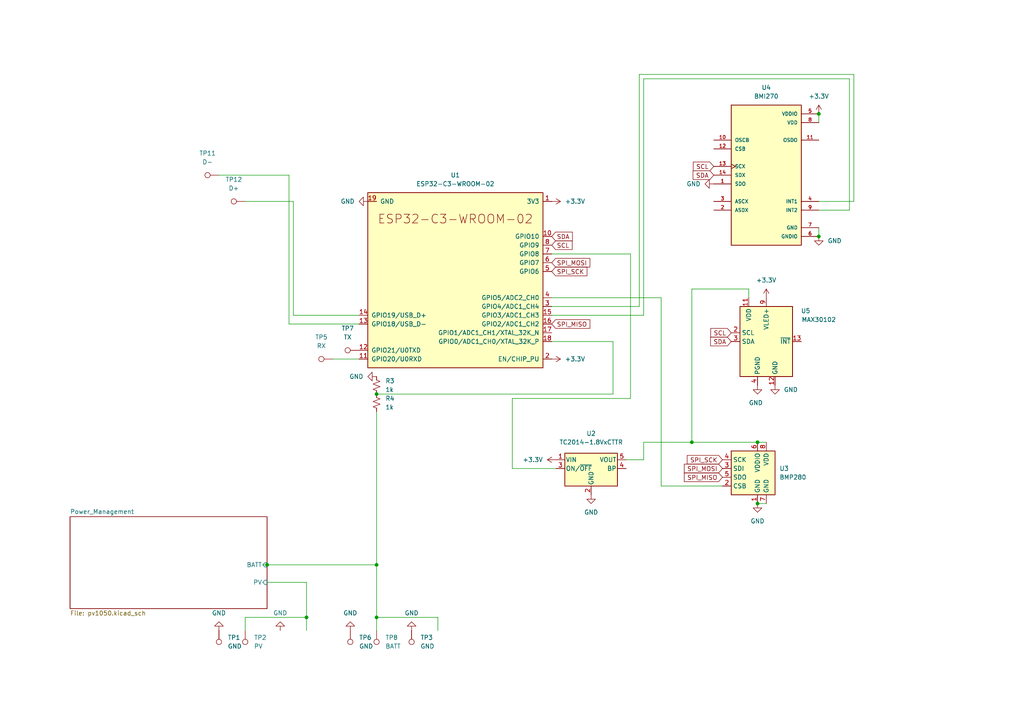
<source format=kicad_sch>
(kicad_sch (version 20211123) (generator eeschema)
  (paper "A4")
  (title_block (title "Low power smart band with display support and solar power") (company "Luca Younes"))
  (lib_symbols
    (symbol "BMI270:BMI270" (pin_names (offset 1.016))
      (property "Reference" "U" (at -10.16 21.082 0))
      (property "Value" "BMI270" (at -10.16 -22.86 0))
      (symbol "BMI270_0_0"
        (rectangle (start -10.16 -20.32) (end 10.16 20.32) (stroke (width 0.254)) (fill (type background)))
        (pin bidirectional line (at -15.24 -2.54 0) (length 5.08) (name "SDO") (number "1"))
        (pin input line (at -15.24 10.16 0) (length 5.08) (name "OSCB") (number "10"))
        (pin output line (at 15.24 10.16 180) (length 5.08) (name "OSDO") (number "11"))
        (pin input line (at -15.24 7.62 0) (length 5.08) (name "CSB") (number "12"))
        (pin input clock (at -15.24 2.54 0) (length 5.08) (name "SCX") (number "13"))
        (pin bidirectional line (at -15.24 0 0) (length 5.08) (name "SDX") (number "14"))
        (pin bidirectional line (at -15.24 -10.16 0) (length 5.08) (name "ASDX") (number "2"))
        (pin bidirectional line (at -15.24 -7.62 0) (length 5.08) (name "ASCX") (number "3"))
        (pin bidirectional line (at 15.24 -7.62 180) (length 5.08) (name "INT1") (number "4"))
        (pin power_in line (at 15.24 17.78 180) (length 5.08) (name "VDDIO") (number "5"))
        (pin power_in line (at 15.24 -17.78 180) (length 5.08) (name "GNDIO") (number "6"))
        (pin power_in line (at 15.24 -15.24 180) (length 5.08) (name "GND") (number "7"))
        (pin power_in line (at 15.24 15.24 180) (length 5.08) (name "VDD") (number "8"))
        (pin bidirectional line (at 15.24 -10.16 180) (length 5.08) (name "INT2") (number "9"))
      )
    )
    (symbol "Connector:TestPoint" (pin_numbers hide) (pin_names (offset 0.762) hide)
      (property "Reference" "TP" (at 0 6.858 0))
      (property "Value" "TestPoint" (at 0 5.08 0))
      (symbol "TestPoint_0_1"
        (circle (center 0 3.302) (radius 0.762))
      )
      (symbol "TestPoint_1_1"
        (pin passive line (at 0 0 90) (length 2.54) (name "1") (number "1"))
      )
    )
    (symbol "Device:R_Small_US" (pin_numbers hide) (pin_names (offset 0.254) hide)
      (property "Reference" "R" (at 0.762 0.508 0))
      (property "Value" "R_Small_US" (at 0.762 -1.016 0))
      (symbol "R_Small_US_1_1"
        (polyline (pts (xy 0 0) (xy 1.016 -0.381) (xy 0 -0.762) (xy -1.016 -1.143) (xy 0 -1.524)))
        (polyline (pts (xy 0 1.524) (xy 1.016 1.143) (xy 0 0.762) (xy -1.016 0.381) (xy 0 0)))
        (pin passive line (at 0 2.54 270) (length 1.016) (name "~") (number "1"))
        (pin passive line (at 0 -2.54 90) (length 1.016) (name "~") (number "2"))
      )
    )
    (symbol "Espressif:ESP32-C3-WROOM-02" (pin_names (offset 1.016))
      (property "Reference" "U" (at -25.4 30.48 0))
      (property "Value" "ESP32-C3-WROOM-02" (at -25.4 27.94 0))
      (symbol "ESP32-C3-WROOM-02_0_0"
        (text "ESP32-C3-WROOM-02" (at 0 -17.78 0) (effects (font (size 2.54 2.54))))
      )
      (symbol "ESP32-C3-WROOM-02_0_1"
        (rectangle (start -25.4 25.4) (end 25.4 -25.4) (stroke (width 0.254)) (fill (type background)))
      )
      (symbol "ESP32-C3-WROOM-02_1_1"
        (pin power_in line (at -27.94 -22.86 0) (length 2.54) (name "3V3") (number "1"))
        (pin bidirectional line (at -27.94 -12.7 0) (length 2.54) (name "GPIO10") (number "10"))
        (pin bidirectional line (at 27.94 22.86 180) (length 2.54) (name "GPIO20/U0RXD") (number "11"))
        (pin bidirectional line (at 27.94 20.32 180) (length 2.54) (name "GPIO21/U0TXD") (number "12"))
        (pin bidirectional line (at 27.94 12.7 180) (length 2.54) (name "GPIO18/USB_D-") (number "13"))
        (pin bidirectional line (at 27.94 10.16 180) (length 2.54) (name "GPIO19/USB_D+") (number "14"))
        (pin bidirectional line (at -27.94 10.16 0) (length 2.54) (name "GPIO3/ADC1_CH3") (number "15"))
        (pin bidirectional line (at -27.94 12.7 0) (length 2.54) (name "GPIO2/ADC1_CH2") (number "16"))
        (pin bidirectional line (at -27.94 15.24 0) (length 2.54) (name "GPIO1/ADC1_CH1/XTAL_32K_N") (number "17"))
        (pin bidirectional line (at -27.94 17.78 0) (length 2.54) (name "GPIO0/ADC1_CH0/XTAL_32K_P") (number "18"))
        (pin passive line (at 25.4 -22.86 180) (length 2.54) (name "GND") (number "19"))
        (pin input line (at -27.94 22.86 0) (length 2.54) (name "EN/CHIP_PU") (number "2"))
        (pin bidirectional line (at -27.94 7.62 0) (length 2.54) (name "GPIO4/ADC1_CH4") (number "3"))
        (pin bidirectional line (at -27.94 5.08 0) (length 2.54) (name "GPIO5/ADC2_CH0") (number "4"))
        (pin bidirectional line (at -27.94 -2.54 0) (length 2.54) (name "GPIO6") (number "5"))
        (pin bidirectional line (at -27.94 -5.08 0) (length 2.54) (name "GPIO7") (number "6"))
        (pin bidirectional line (at -27.94 -7.62 0) (length 2.54) (name "GPIO8") (number "7"))
        (pin bidirectional line (at -27.94 -10.16 0) (length 2.54) (name "GPIO9") (number "8"))
        (pin power_in line (at 25.4 -22.86 180) (length 2.54) hide (name "GND") (number "9"))
      )
    )
    (symbol "Regulator_Linear:TC2014-1.8VxCTTR" (pin_names (offset 0.254))
      (property "Reference" "U" (at -6.35 5.715 0))
      (property "Value" "TC2014-1.8VxCTTR" (at 0 5.715 0))
      (symbol "TC2014-1.8VxCTTR_0_1"
        (rectangle (start -7.62 -5.08) (end 7.62 4.445) (stroke (width 0.254)) (fill (type background)))
      )
      (symbol "TC2014-1.8VxCTTR_1_1"
        (pin power_in line (at -10.16 2.54 0) (length 2.54) (name "VIN") (number "1"))
        (pin power_in line (at 0 -7.62 90) (length 2.54) (name "GND") (number "2"))
        (pin input line (at -10.16 0 0) (length 2.54) (name "ON/~{OFF}") (number "3"))
        (pin input line (at 10.16 0 180) (length 2.54) (name "BP") (number "4"))
        (pin power_out line (at 10.16 2.54 180) (length 2.54) (name "VOUT") (number "5"))
      )
    )
    (symbol "Sensor:MAX30102"
      (property "Reference" "U" (at 7.62 15.24 0))
      (property "Value" "MAX30102" (at 7.62 12.7 0))
      (symbol "MAX30102_0_1"
        (rectangle (start -7.62 10.16) (end 7.62 -10.16) (stroke (width 0.254)) (fill (type background)))
      )
      (symbol "MAX30102_1_1"
        (pin no_connect line (at -7.62 5.08 0) (length 2.54) hide (name "NC") (number "1"))
        (pin passive line (at 0 12.7 270) (length 2.54) hide (name "VLED+") (number "10"))
        (pin power_in line (at -5.08 12.7 270) (length 2.54) (name "VDD") (number "11"))
        (pin power_in line (at 2.54 -12.7 90) (length 2.54) (name "GND") (number "12"))
        (pin output line (at 10.16 0 180) (length 2.54) (name "~{INT}") (number "13"))
        (pin no_connect line (at 7.62 2.54 180) (length 2.54) hide (name "NC") (number "14"))
        (pin input line (at -10.16 2.54 0) (length 2.54) (name "SCL") (number "2"))
        (pin bidirectional line (at -10.16 0 0) (length 2.54) (name "SDA") (number "3"))
        (pin power_in line (at -2.54 -12.7 90) (length 2.54) (name "PGND") (number "4"))
        (pin no_connect line (at 7.62 -7.62 180) (length 2.54) hide (name "NC") (number "5"))
        (pin no_connect line (at 7.62 -5.08 180) (length 2.54) hide (name "NC") (number "6"))
        (pin no_connect line (at -7.62 -2.54 0) (length 2.54) hide (name "NC") (number "7"))
        (pin no_connect line (at 7.62 5.08 180) (length 2.54) hide (name "NC") (number "8"))
        (pin power_in line (at 0 12.7 270) (length 2.54) (name "VLED+") (number "9"))
      )
    )
    (symbol "Sensor_Pressure:BMP280"
      (property "Reference" "U" (at -7.62 10.16 0))
      (property "Value" "BMP280" (at 5.08 10.16 0))
      (symbol "BMP280_0_1"
        (rectangle (start -7.62 -5.08) (end 5.08 7.62) (stroke (width 0.254)) (fill (type background)))
      )
      (symbol "BMP280_1_1"
        (pin power_in line (at 0 -7.62 90) (length 2.54) (name "GND") (number "1"))
        (pin input line (at -10.16 -2.54 0) (length 2.54) (name "CSB") (number "2"))
        (pin bidirectional line (at -10.16 2.54 0) (length 2.54) (name "SDI") (number "3"))
        (pin input line (at -10.16 5.08 0) (length 2.54) (name "SCK") (number "4"))
        (pin bidirectional line (at -10.16 0 0) (length 2.54) (name "SDO") (number "5"))
        (pin power_in line (at 0 10.16 270) (length 2.54) (name "VDDIO") (number "6"))
        (pin power_in line (at 2.54 -7.62 90) (length 2.54) (name "GND") (number "7"))
        (pin power_in line (at 2.54 10.16 270) (length 2.54) (name "VDD") (number "8"))
      )
    )
    (symbol "power:+3.3V" (power) (pin_names (offset 0))
      (property "Value" "+3.3V" (at 0 3.556 0))
      (symbol "+3.3V_0_1"
        (polyline (pts (xy -0.762 1.27) (xy 0 2.54)))
        (polyline (pts (xy 0 0) (xy 0 2.54)))
        (polyline (pts (xy 0 2.54) (xy 0.762 1.27)))
      )
      (symbol "+3.3V_1_1"
        (pin power_in line (at 0 0 90) (length 0) hide (name "+3.3V") (number "1"))
      )
    )
    (symbol "power:GND" (power) (pin_names (offset 0))
      (property "Value" "GND" (at 0 -3.81 0))
      (symbol "GND_0_1"
        (polyline (pts (xy 0 0) (xy 0 -1.27) (xy 1.27 -1.27) (xy 0 -2.54) (xy -1.27 -1.27) (xy 0 -1.27)))
      )
      (symbol "GND_1_1"
        (pin power_in line (at 0 0 270) (length 0) hide (name "GND") (number "1"))
      )
    )
  )
  (junction (at 219.71 146.05))
  (junction (at 88.9 179.07))
  (junction (at 219.71 128.27))
  (junction (at 109.22 163.83))
  (junction (at 200.66 128.27))
  (junction (at 237.49 33.02))
  (junction (at 109.22 179.07))
  (junction (at 109.22 114.3))
  (junction (at 237.49 68.58))
  (junction (at 77.47 163.83))
  (wire (pts (xy 76.2 163.83) (xy 77.47 163.83)))
  (wire (pts (xy 200.66 128.27) (xy 219.71 128.27)))
  (wire (pts (xy 109.22 182.88) (xy 109.22 179.07)))
  (wire (pts (xy 237.49 58.42) (xy 247.65 58.42)))
  (wire (pts (xy 237.49 33.02) (xy 237.49 35.56)))
  (wire (pts (xy 96.52 104.14) (xy 104.14 104.14)))
  (wire (pts (xy 127 182.88) (xy 127 179.07)))
  (wire (pts (xy 219.71 128.27) (xy 222.25 128.27)))
  (wire (pts (xy 160.02 91.44) (xy 186.69 91.44)))
  (wire (pts (xy 247.65 21.59) (xy 185.42 21.59)))
  (wire (pts (xy 88.9 168.91) (xy 88.9 179.07)))
  (wire (pts (xy 182.88 115.57) (xy 182.88 73.66)))
  (wire (pts (xy 217.17 83.82) (xy 200.66 83.82)))
  (wire (pts (xy 182.88 73.66) (xy 160.02 73.66)))
  (wire (pts (xy 83.82 50.8) (xy 63.5 50.8)))
  (wire (pts (xy 83.82 93.98) (xy 83.82 50.8)))
  (wire (pts (xy 109.22 119.38) (xy 109.22 163.83)))
  (wire (pts (xy 177.8 99.06) (xy 177.8 114.3)))
  (wire (pts (xy 191.77 86.36) (xy 160.02 86.36)))
  (wire (pts (xy 186.69 22.86) (xy 246.38 22.86)))
  (wire (pts (xy 77.47 168.91) (xy 88.9 168.91)))
  (wire (pts (xy 200.66 83.82) (xy 200.66 128.27)))
  (wire (pts (xy 71.12 182.88) (xy 71.12 179.07)))
  (wire (pts (xy 71.12 179.07) (xy 88.9 179.07)))
  (wire (pts (xy 246.38 22.86) (xy 246.38 60.96)))
  (wire (pts (xy 186.69 91.44) (xy 186.69 22.86)))
  (wire (pts (xy 181.61 133.35) (xy 186.69 133.35)))
  (wire (pts (xy 148.59 135.89) (xy 148.59 115.57)))
  (wire (pts (xy 109.22 179.07) (xy 109.22 163.83)))
  (wire (pts (xy 161.29 135.89) (xy 148.59 135.89)))
  (wire (pts (xy 104.14 93.98) (xy 83.82 93.98)))
  (wire (pts (xy 186.69 133.35) (xy 186.69 128.27)))
  (wire (pts (xy 85.09 58.42) (xy 85.09 91.44)))
  (wire (pts (xy 177.8 114.3) (xy 109.22 114.3)))
  (wire (pts (xy 246.38 60.96) (xy 237.49 60.96)))
  (wire (pts (xy 160.02 99.06) (xy 177.8 99.06)))
  (wire (pts (xy 127 179.07) (xy 109.22 179.07)))
  (wire (pts (xy 77.47 163.83) (xy 109.22 163.83)))
  (wire (pts (xy 217.17 86.36) (xy 217.17 83.82)))
  (wire (pts (xy 185.42 21.59) (xy 185.42 88.9)))
  (wire (pts (xy 219.71 146.05) (xy 222.25 146.05)))
  (wire (pts (xy 237.49 66.04) (xy 237.49 68.58)))
  (wire (pts (xy 148.59 115.57) (xy 182.88 115.57)))
  (wire (pts (xy 88.9 179.07) (xy 88.9 182.88)))
  (wire (pts (xy 85.09 91.44) (xy 104.14 91.44)))
  (wire (pts (xy 185.42 88.9) (xy 160.02 88.9)))
  (wire (pts (xy 247.65 58.42) (xy 247.65 21.59)))
  (wire (pts (xy 191.77 140.97) (xy 191.77 86.36)))
  (wire (pts (xy 71.12 58.42) (xy 85.09 58.42)))
  (wire (pts (xy 209.55 140.97) (xy 191.77 140.97)))
  (wire (pts (xy 186.69 128.27) (xy 200.66 128.27)))
  (global_label "SPI_MOSI" (shape input) (at 160.02 76.2 0) (property "Intersheet References" "${INTERSHEET_REFS}" (effects hide)))
  (global_label "SPI_SCK" (shape input) (at 209.55 133.35 180) (property "Intersheet References" "${INTERSHEET_REFS}" (effects hide)))
  (global_label "SCL" (shape input) (at 207.01 48.26 180) (property "Intersheet References" "${INTERSHEET_REFS}" (effects hide)))
  (global_label "SDA" (shape input) (at 212.09 99.06 180) (property "Intersheet References" "${INTERSHEET_REFS}" (effects hide)))
  (global_label "SCL" (shape input) (at 160.02 71.12 0) (property "Intersheet References" "${INTERSHEET_REFS}" (effects hide)))
  (global_label "SPI_MISO" (shape input) (at 160.02 93.98 0) (property "Intersheet References" "${INTERSHEET_REFS}" (effects hide)))
  (global_label "SPI_MISO" (shape input) (at 209.55 138.43 180) (property "Intersheet References" "${INTERSHEET_REFS}" (effects hide)))
  (global_label "SPI_SCK" (shape input) (at 160.02 78.74 0) (property "Intersheet References" "${INTERSHEET_REFS}" (effects hide)))
  (global_label "SCL" (shape input) (at 212.09 96.52 180) (property "Intersheet References" "${INTERSHEET_REFS}" (effects hide)))
  (global_label "SDA" (shape input) (at 207.01 50.8 180) (property "Intersheet References" "${INTERSHEET_REFS}" (effects hide)))
  (global_label "SDA" (shape input) (at 160.02 68.58 0) (property "Intersheet References" "${INTERSHEET_REFS}" (effects hide)))
  (global_label "SPI_MOSI" (shape input) (at 209.55 135.89 180) (property "Intersheet References" "${INTERSHEET_REFS}" (effects hide)))
  (symbol (lib_id "power:+3.3V") (at 161.29 133.35 90) (unit 1)
    (property "Reference" "#PWR011" (effects hide))
    (property "Value" "+3.3V" (at 157.48 133.3499 90) (effects (justify left)))
  )
  (symbol (lib_id "Device:R_Small_US") (at 109.22 111.76 0) (unit 1)
    (property "Reference" "R3" (at 111.76 110.4899 0) (effects (justify left)))
    (property "Value" "1k" (at 111.76 113.0299 0) (effects (justify left)))
    (property "Footprint" "Resistor_SMD:R_0402_1005Metric" (effects hide))
  )
  (symbol (lib_id "Connector:TestPoint") (at 96.52 104.14 90) (unit 1)
    (property "Reference" "TP5" (at 93.218 97.79 90))
    (property "Value" "RX" (at 93.218 100.33 90))
    (property "Footprint" "TestPoint:TestPoint_Pad_2.0x2.0mm" (effects hide))
  )
  (symbol (lib_id "Regulator_Linear:TC2014-1.8VxCTTR") (at 171.45 135.89 0) (unit 1)
    (property "Reference" "U2" (at 171.45 125.73 0))
    (property "Value" "TC2014-1.8VxCTTR" (at 171.45 128.27 0))
    (property "Footprint" "Package_TO_SOT_SMD:SOT-23-5" (effects hide))
    (property "Datasheet" "http://ww1.microchip.com/downloads/en/DeviceDoc/21662F.pdf" (effects hide))
  )
  (symbol (lib_id "Connector:TestPoint") (at 119.38 182.88 180) (unit 1)
    (property "Reference" "TP3" (at 121.92 184.9119 0) (effects (justify right)))
    (property "Value" "GND" (at 121.92 187.4519 0) (effects (justify right)))
    (property "Footprint" "TestPoint:TestPoint_Pad_2.0x2.0mm" (effects hide))
  )
  (symbol (lib_id "power:+3.3V") (at 237.49 33.02 0) (unit 1)
    (property "Reference" "#PWR018" (effects hide))
    (property "Value" "+3.3V" (at 237.49 27.94 0))
  )
  (symbol (lib_id "Device:R_Small_US") (at 109.22 116.84 0) (unit 1)
    (property "Reference" "R4" (at 111.76 115.5699 0) (effects (justify left)))
    (property "Value" "1k" (at 111.76 118.1099 0) (effects (justify left)))
    (property "Footprint" "Resistor_SMD:R_0402_1005Metric" (effects hide))
  )
  (symbol (lib_id "Connector:TestPoint") (at 63.5 50.8 90) (unit 1)
    (property "Reference" "TP11" (at 60.198 44.45 90))
    (property "Value" "D-" (at 60.198 46.99 90))
    (property "Footprint" "TestPoint:TestPoint_Pad_2.0x2.0mm" (effects hide))
  )
  (symbol (lib_id "power:+3.3V") (at 222.25 86.36 0) (unit 1)
    (property "Reference" "#PWR016" (effects hide))
    (property "Value" "+3.3V" (at 222.25 81.28 0))
  )
  (symbol (lib_id "power:+3.3V") (at 160.02 58.42 270) (unit 1)
    (property "Reference" "#PWR09" (effects hide))
    (property "Value" "+3.3V" (at 163.83 58.4199 90) (effects (justify left)))
  )
  (symbol (lib_id "power:GND") (at 109.22 109.22 270) (unit 1)
    (property "Reference" "#PWR07" (effects hide))
    (property "Value" "GND" (at 105.41 109.2199 90) (effects (justify right)))
  )
  (symbol (lib_id "power:GND") (at 224.79 111.76 0) (unit 1)
    (property "Reference" "#PWR017" (effects hide))
    (property "Value" "GND" (at 227.33 113.0299 0) (effects (justify left)))
  )
  (symbol (lib_id "Espressif:ESP32-C3-WROOM-02") (at 132.08 81.28 180) (unit 1)
    (property "Reference" "U1" (at 132.08 50.8 0))
    (property "Value" "ESP32-C3-WROOM-02" (at 132.08 53.34 0))
    (property "Footprint" "Espressif:ESP32-C3-WROOM-02" (effects hide))
    (property "Datasheet" "https://www.espressif.com/sites/default/files/documentation/esp32-c3-wroom-02_datasheet_en.pdf" (effects hide))
  )
  (symbol (lib_id "power:GND") (at 207.01 53.34 270) (unit 1)
    (property "Reference" "#PWR013" (effects hide))
    (property "Value" "GND" (at 203.2 53.3399 90) (effects (justify right)))
  )
  (symbol (lib_id "Sensor:MAX30102") (at 222.25 99.06 0) (unit 1)
    (property "Reference" "U5" (at 233.68 90.17 0))
    (property "Value" "MAX30102" (at 237.49 92.71 0))
    (property "Footprint" "OptoDevice:Maxim_OLGA-14_3.3x5.6mm_P0.8mm" (effects hide))
    (property "Datasheet" "https://datasheets.maximintegrated.com/en/ds/MAX30102.pdf" (effects hide))
  )
  (symbol (lib_id "Connector:TestPoint") (at 71.12 182.88 180) (unit 1)
    (property "Reference" "TP2" (at 73.66 184.9119 0) (effects (justify right)))
    (property "Value" "PV" (at 73.66 187.4519 0) (effects (justify right)))
    (property "Footprint" "TestPoint:TestPoint_Pad_2.0x2.0mm" (effects hide))
  )
  (symbol (lib_id "Connector:TestPoint") (at 104.14 101.6 90) (unit 1)
    (property "Reference" "TP7" (at 100.838 95.25 90))
    (property "Value" "TX" (at 100.838 97.79 90))
    (property "Footprint" "TestPoint:TestPoint_Pad_2.0x2.0mm" (effects hide))
  )
  (symbol (lib_id "Connector:TestPoint") (at 71.12 58.42 90) (unit 1)
    (property "Reference" "TP12" (at 67.818 52.07 90))
    (property "Value" "D+" (at 67.818 54.61 90))
    (property "Footprint" "TestPoint:TestPoint_Pad_2.0x2.0mm" (effects hide))
  )
  (symbol (lib_id "power:GND") (at 237.49 68.58 0) (unit 1)
    (property "Reference" "#PWR019" (effects hide))
    (property "Value" "GND" (at 240.03 69.8499 0) (effects (justify left)))
  )
  (symbol (lib_id "power:GND") (at 119.38 182.88 180) (unit 1)
    (property "Reference" "#PWR08" (effects hide))
    (property "Value" "GND" (at 119.38 177.8 0))
  )
  (symbol (lib_id "power:GND") (at 219.71 111.76 0) (unit 1)
    (property "Reference" "#PWR014" (effects hide))
    (property "Value" "GND" (at 217.17 116.84 0) (effects (justify left)))
  )
  (symbol (lib_id "power:GND") (at 101.6 182.88 180) (unit 1)
    (property "Reference" "#PWR05" (effects hide))
    (property "Value" "GND" (at 101.6 177.8 0))
  )
  (symbol (lib_id "power:GND") (at 171.45 143.51 0) (unit 1)
    (property "Reference" "#PWR012" (effects hide))
    (property "Value" "GND" (at 171.45 148.59 0))
  )
  (symbol (lib_id "Connector:TestPoint") (at 63.5 182.88 180) (unit 1)
    (property "Reference" "TP1" (at 66.04 184.9119 0) (effects (justify right)))
    (property "Value" "GND" (at 66.04 187.4519 0) (effects (justify right)))
    (property "Footprint" "TestPoint:TestPoint_Pad_2.0x2.0mm" (effects hide))
  )
  (symbol (lib_id "power:GND") (at 106.68 58.42 270) (unit 1)
    (property "Reference" "#PWR06" (effects hide))
    (property "Value" "GND" (at 102.87 58.4199 90) (effects (justify right)))
  )
  (symbol (lib_id "Connector:TestPoint") (at 101.6 182.88 180) (unit 1)
    (property "Reference" "TP6" (at 104.14 184.9119 0) (effects (justify right)))
    (property "Value" "GND" (at 104.14 187.4519 0) (effects (justify right)))
    (property "Footprint" "TestPoint:TestPoint_Pad_2.0x2.0mm" (effects hide))
  )
  (symbol (lib_id "Connector:TestPoint") (at 109.22 182.88 180) (unit 1)
    (property "Reference" "TP8" (at 111.76 184.9119 0) (effects (justify right)))
    (property "Value" "BATT" (at 111.76 187.4519 0) (effects (justify right)))
    (property "Footprint" "TestPoint:TestPoint_Pad_2.0x2.0mm" (effects hide))
  )
  (symbol (lib_id "BMI270:BMI270") (at 222.25 50.8 0) (unit 1)
    (property "Reference" "U4" (at 222.25 25.4 0))
    (property "Value" "BMI270" (at 222.25 27.94 0))
    (property "Footprint" "BMI270:XDCR_BMI270" (effects hide))
    (property "STANDARD" "Manufacturer Recommendations" (effects hide))
    (property "MANUFACTURER" "Bosch Sensortec" (effects hide))
    (property "MAXIMUM_PACKAGE_HEIGHT" "0.87mm" (effects hide))
    (property "PATREV" "1.0" (effects hide))
  )
  (symbol (lib_id "Sensor_Pressure:BMP280") (at 219.71 138.43 0) (unit 1)
    (property "Reference" "U3" (at 226.06 135.8899 0) (effects (justify left)))
    (property "Value" "BMP280" (at 226.06 138.4299 0) (effects (justify left)))
    (property "Footprint" "Package_LGA:Bosch_LGA-8_2x2.5mm_P0.65mm_ClockwisePinNumbering" (effects hide))
    (property "Datasheet" "https://ae-bst.resource.bosch.com/media/_tech/media/datasheets/BST-BMP280-DS001.pdf" (effects hide))
  )
  (symbol (lib_id "power:GND") (at 63.5 182.88 180) (unit 1)
    (property "Reference" "#PWR02" (effects hide))
    (property "Value" "GND" (at 63.5 177.8 0))
  )
  (symbol (lib_id "power:GND") (at 219.71 146.05 0) (unit 1)
    (property "Reference" "#PWR015" (effects hide))
    (property "Value" "GND" (at 219.71 151.13 0))
  )
  (symbol (lib_id "power:+3.3V") (at 160.02 104.14 270) (unit 1)
    (property "Reference" "#PWR010" (effects hide))
    (property "Value" "+3.3V" (at 163.83 104.1399 90) (effects (justify left)))
  )
  (symbol (lib_id "power:GND") (at 81.28 182.88 180) (unit 1)
    (property "Reference" "#PWR04" (effects hide))
    (property "Value" "GND" (at 81.28 177.8 0))
  )
  (sheet (at 20.32 149.86) (size 57.15 26.67) (stroke (width 0.1524))
    (property "Sheet name" "Power_Management" (at 20.32 149.1484 0) (effects (justify left bottom)))
    (property "Sheet file" "pv1050.kicad_sch" (at 20.32 177.1146 0) (effects (justify left top)))
    (pin "PV" input (at 77.47 168.91 0))
    (pin "BATT" input (at 77.47 163.83 0))
  )
)
</source>
